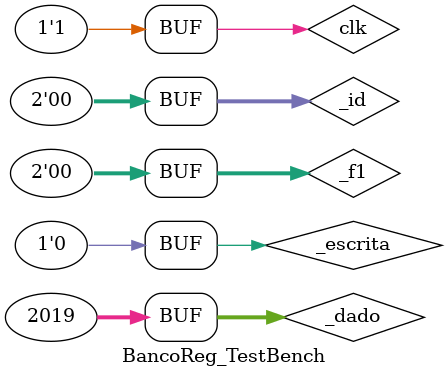
<source format=v>
module BancoReg_TestBench;

  //Variaveis necessárias para iniciar o banco de registrador
  reg  [1:0] _id, _f1, _f2;
  reg  _escrita;
  reg  [31:0] _dado;
  wire [31:0] _dl1, _dl2;
  reg clk;


 //Instanciando o Banco de Registrador
  BancoReg banco (.Clock(clk),
                  .IdReg(_id), .Fonte1(_f1), .Fonte2(_f2),
                  .Escrita(_escrita),
                  .Dado(_dado),
                  .DadoLido1(_dl1), .DadoLido2(_dl2));


//Gerando arquivo vara vizualição no GTKWave
  initial begin
    $dumpfile("BancoReg.vcd");
    $dumpvars(0, BancoReg_TestBench);
  end


  //Testamos a lógica aqui
  initial begin

    //Insere as variáveis
    _escrita = 1; #0;
    _id = 2'b00; #0;
    _dado = #0 32'b00000000000000000000011111100011; 

   //Escreve as variaveis na descida do clock
   clk = #5 1'b0;

   //Insirimos as variáveis
   clk = #0 1'b0;
   _escrita = 0; #5;
   _f1 = 2'b00; #5;

   //Lemos as variáveis na subida do clock
     clk = #0 1'b1;

  end
 
endmodule

</source>
